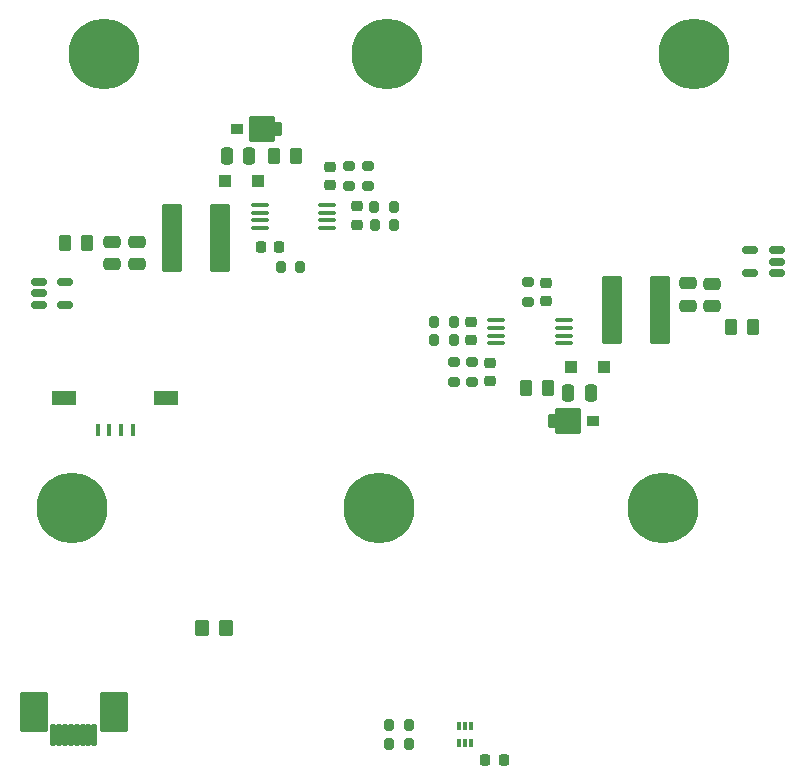
<source format=gbs>
G04 #@! TF.GenerationSoftware,KiCad,Pcbnew,8.0.2*
G04 #@! TF.CreationDate,2024-08-20T08:19:13+02:00*
G04 #@! TF.ProjectId,STS1_SIDEPANEL,53545331-5f53-4494-9445-50414e454c2e,rev?*
G04 #@! TF.SameCoordinates,Original*
G04 #@! TF.FileFunction,Soldermask,Bot*
G04 #@! TF.FilePolarity,Negative*
%FSLAX46Y46*%
G04 Gerber Fmt 4.6, Leading zero omitted, Abs format (unit mm)*
G04 Created by KiCad (PCBNEW 8.0.2) date 2024-08-20 08:19:13*
%MOMM*%
%LPD*%
G01*
G04 APERTURE LIST*
G04 Aperture macros list*
%AMRoundRect*
0 Rectangle with rounded corners*
0 $1 Rounding radius*
0 $2 $3 $4 $5 $6 $7 $8 $9 X,Y pos of 4 corners*
0 Add a 4 corners polygon primitive as box body*
4,1,4,$2,$3,$4,$5,$6,$7,$8,$9,$2,$3,0*
0 Add four circle primitives for the rounded corners*
1,1,$1+$1,$2,$3*
1,1,$1+$1,$4,$5*
1,1,$1+$1,$6,$7*
1,1,$1+$1,$8,$9*
0 Add four rect primitives between the rounded corners*
20,1,$1+$1,$2,$3,$4,$5,0*
20,1,$1+$1,$4,$5,$6,$7,0*
20,1,$1+$1,$6,$7,$8,$9,0*
20,1,$1+$1,$8,$9,$2,$3,0*%
G04 Aperture macros list end*
%ADD10C,6.000000*%
%ADD11RoundRect,0.102000X-0.150000X-0.800000X0.150000X-0.800000X0.150000X0.800000X-0.150000X0.800000X0*%
%ADD12RoundRect,0.102000X-1.120000X-1.560000X1.120000X-1.560000X1.120000X1.560000X-1.120000X1.560000X0*%
%ADD13RoundRect,0.225000X0.225000X0.250000X-0.225000X0.250000X-0.225000X-0.250000X0.225000X-0.250000X0*%
%ADD14RoundRect,0.102000X-0.715000X-2.750000X0.715000X-2.750000X0.715000X2.750000X-0.715000X2.750000X0*%
%ADD15RoundRect,0.250000X-0.475000X0.250000X-0.475000X-0.250000X0.475000X-0.250000X0.475000X0.250000X0*%
%ADD16RoundRect,0.200000X-0.200000X-0.275000X0.200000X-0.275000X0.200000X0.275000X-0.200000X0.275000X0*%
%ADD17RoundRect,0.250000X0.300000X0.300000X-0.300000X0.300000X-0.300000X-0.300000X0.300000X-0.300000X0*%
%ADD18RoundRect,0.100000X-0.637500X-0.100000X0.637500X-0.100000X0.637500X0.100000X-0.637500X0.100000X0*%
%ADD19R,0.400000X1.000000*%
%ADD20R,2.000000X1.300000*%
%ADD21RoundRect,0.200000X-0.275000X0.200000X-0.275000X-0.200000X0.275000X-0.200000X0.275000X0.200000X0*%
%ADD22RoundRect,0.200000X0.275000X-0.200000X0.275000X0.200000X-0.275000X0.200000X-0.275000X-0.200000X0*%
%ADD23RoundRect,0.102000X-0.325000X0.475000X-0.325000X-0.475000X0.325000X-0.475000X0.325000X0.475000X0*%
%ADD24RoundRect,0.102000X1.000000X0.975000X-1.000000X0.975000X-1.000000X-0.975000X1.000000X-0.975000X0*%
%ADD25RoundRect,0.102000X-0.425000X-0.325000X0.425000X-0.325000X0.425000X0.325000X-0.425000X0.325000X0*%
%ADD26RoundRect,0.150000X0.512500X0.150000X-0.512500X0.150000X-0.512500X-0.150000X0.512500X-0.150000X0*%
%ADD27RoundRect,0.102000X0.325000X-0.475000X0.325000X0.475000X-0.325000X0.475000X-0.325000X-0.475000X0*%
%ADD28RoundRect,0.102000X-1.000000X-0.975000X1.000000X-0.975000X1.000000X0.975000X-1.000000X0.975000X0*%
%ADD29RoundRect,0.102000X0.425000X0.325000X-0.425000X0.325000X-0.425000X-0.325000X0.425000X-0.325000X0*%
%ADD30RoundRect,0.200000X0.200000X0.275000X-0.200000X0.275000X-0.200000X-0.275000X0.200000X-0.275000X0*%
%ADD31RoundRect,0.225000X0.250000X-0.225000X0.250000X0.225000X-0.250000X0.225000X-0.250000X-0.225000X0*%
%ADD32RoundRect,0.100000X0.637500X0.100000X-0.637500X0.100000X-0.637500X-0.100000X0.637500X-0.100000X0*%
%ADD33RoundRect,0.250000X-0.262500X-0.450000X0.262500X-0.450000X0.262500X0.450000X-0.262500X0.450000X0*%
%ADD34RoundRect,0.250000X0.262500X0.450000X-0.262500X0.450000X-0.262500X-0.450000X0.262500X-0.450000X0*%
%ADD35RoundRect,0.250000X0.250000X0.475000X-0.250000X0.475000X-0.250000X-0.475000X0.250000X-0.475000X0*%
%ADD36RoundRect,0.250000X0.475000X-0.250000X0.475000X0.250000X-0.475000X0.250000X-0.475000X-0.250000X0*%
%ADD37RoundRect,0.250000X-0.350000X-0.450000X0.350000X-0.450000X0.350000X0.450000X-0.350000X0.450000X0*%
%ADD38RoundRect,0.225000X-0.225000X-0.250000X0.225000X-0.250000X0.225000X0.250000X-0.225000X0.250000X0*%
%ADD39RoundRect,0.225000X-0.250000X0.225000X-0.250000X-0.225000X0.250000X-0.225000X0.250000X0.225000X0*%
%ADD40RoundRect,0.150000X-0.512500X-0.150000X0.512500X-0.150000X0.512500X0.150000X-0.512500X0.150000X0*%
%ADD41RoundRect,0.250000X-0.250000X-0.475000X0.250000X-0.475000X0.250000X0.475000X-0.250000X0.475000X0*%
%ADD42RoundRect,0.102000X0.715000X2.750000X-0.715000X2.750000X-0.715000X-2.750000X0.715000X-2.750000X0*%
%ADD43RoundRect,0.085000X-0.085000X0.265000X-0.085000X-0.265000X0.085000X-0.265000X0.085000X0.265000X0*%
%ADD44RoundRect,0.250000X-0.300000X-0.300000X0.300000X-0.300000X0.300000X0.300000X-0.300000X0.300000X0*%
G04 APERTURE END LIST*
D10*
X148492000Y-108097800D03*
X124492000Y-108097800D03*
X98492000Y-108097800D03*
X101152400Y-69705000D03*
X125152400Y-69705000D03*
X151152400Y-69705000D03*
D11*
X96870000Y-127373000D03*
X97370000Y-127373000D03*
X97870000Y-127373000D03*
X98370000Y-127373000D03*
X98870000Y-127373000D03*
X99370000Y-127373000D03*
X99870000Y-127373000D03*
X100370000Y-127373000D03*
D12*
X95223000Y-125393000D03*
X102017000Y-125393000D03*
D13*
X115989800Y-86079200D03*
X114439800Y-86079200D03*
D14*
X106967500Y-85240000D03*
X111007500Y-85240000D03*
D15*
X104010000Y-85610000D03*
X104010000Y-87510000D03*
D16*
X125350000Y-126550000D03*
X127000000Y-126550000D03*
D17*
X114240000Y-80490000D03*
X111440000Y-80490000D03*
D18*
X114358900Y-84438000D03*
X114358900Y-83788000D03*
X114358900Y-83138000D03*
X114358900Y-82488000D03*
X120083900Y-82488000D03*
X120083900Y-83138000D03*
X120083900Y-83788000D03*
X120083900Y-84438000D03*
D19*
X100640000Y-101500000D03*
X101640000Y-101500000D03*
X102640000Y-101500000D03*
X103640000Y-101500000D03*
D20*
X97840000Y-98800000D03*
X106440000Y-98800000D03*
D21*
X130842000Y-95787000D03*
X130842000Y-97437000D03*
D22*
X137066500Y-90679000D03*
X137066500Y-89029000D03*
D23*
X115860000Y-76030000D03*
D24*
X114535000Y-76030000D03*
D25*
X112480000Y-76030000D03*
D26*
X158141500Y-86330000D03*
X158141500Y-87280000D03*
X158141500Y-88230000D03*
X155866500Y-88230000D03*
X155866500Y-86330000D03*
D27*
X139180000Y-100770000D03*
D28*
X140505000Y-100770000D03*
D29*
X142560000Y-100770000D03*
D15*
X101880000Y-85580000D03*
X101880000Y-87480000D03*
D30*
X125740000Y-84175000D03*
X124090000Y-84175000D03*
D31*
X132240500Y-93931000D03*
X132240500Y-92381000D03*
D22*
X123550000Y-80845000D03*
X123550000Y-79195000D03*
D32*
X140104000Y-92242000D03*
X140104000Y-92892000D03*
X140104000Y-93542000D03*
X140104000Y-94192000D03*
X134379000Y-94192000D03*
X134379000Y-93542000D03*
X134379000Y-92892000D03*
X134379000Y-92242000D03*
D31*
X120330000Y-80820000D03*
X120330000Y-79270000D03*
D16*
X116140000Y-87740000D03*
X117790000Y-87740000D03*
D33*
X97907500Y-85725000D03*
X99732500Y-85725000D03*
D34*
X117440000Y-78310000D03*
X115615000Y-78310000D03*
D35*
X113460000Y-78300000D03*
X111560000Y-78300000D03*
D30*
X125735000Y-82635000D03*
X124085000Y-82635000D03*
D36*
X150654000Y-91024000D03*
X150654000Y-89124000D03*
D37*
X109500000Y-118325000D03*
X111500000Y-118325000D03*
D38*
X133475000Y-129450000D03*
X135025000Y-129450000D03*
D36*
X152686000Y-91058000D03*
X152686000Y-89158000D03*
D22*
X132366000Y-97437000D03*
X132366000Y-95787000D03*
D39*
X138590500Y-89079000D03*
X138590500Y-90629000D03*
D34*
X156138500Y-92802000D03*
X154313500Y-92802000D03*
D39*
X122630000Y-82610000D03*
X122630000Y-84160000D03*
D33*
X136916000Y-97969000D03*
X138741000Y-97969000D03*
D40*
X95642500Y-90920000D03*
X95642500Y-89970000D03*
X95642500Y-89020000D03*
X97917500Y-89020000D03*
X97917500Y-90920000D03*
D16*
X125350000Y-128100000D03*
X127000000Y-128100000D03*
D21*
X121950000Y-79195000D03*
X121950000Y-80845000D03*
D41*
X140480000Y-98430000D03*
X142380000Y-98430000D03*
D39*
X133890000Y-95837000D03*
X133890000Y-97387000D03*
D16*
X129129500Y-92394000D03*
X130779500Y-92394000D03*
D42*
X148218500Y-91378000D03*
X144178500Y-91378000D03*
D43*
X131282500Y-126575000D03*
X131782500Y-126575000D03*
X132282500Y-126575000D03*
X132282500Y-128075000D03*
X131782500Y-128075000D03*
X131282500Y-128075000D03*
D44*
X140746500Y-96204000D03*
X143546500Y-96204000D03*
D16*
X129129500Y-93918000D03*
X130779500Y-93918000D03*
M02*

</source>
